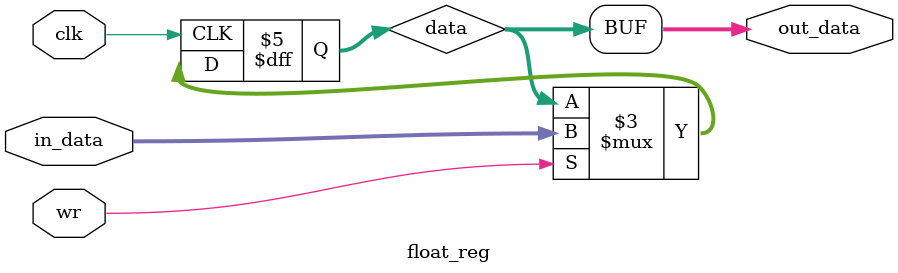
<source format=v>
`timescale 1ns / 1ps


module float_reg(
    input clk,
    input wr, // 0 - don't write, 1 - write
    input[31:0] in_data,
    
    output[31:0] out_data
);
reg[31:0] data = 32'h00000000;
always @(posedge clk)
begin
    if(wr)
        data <= in_data;
end
assign out_data = data;
endmodule

</source>
